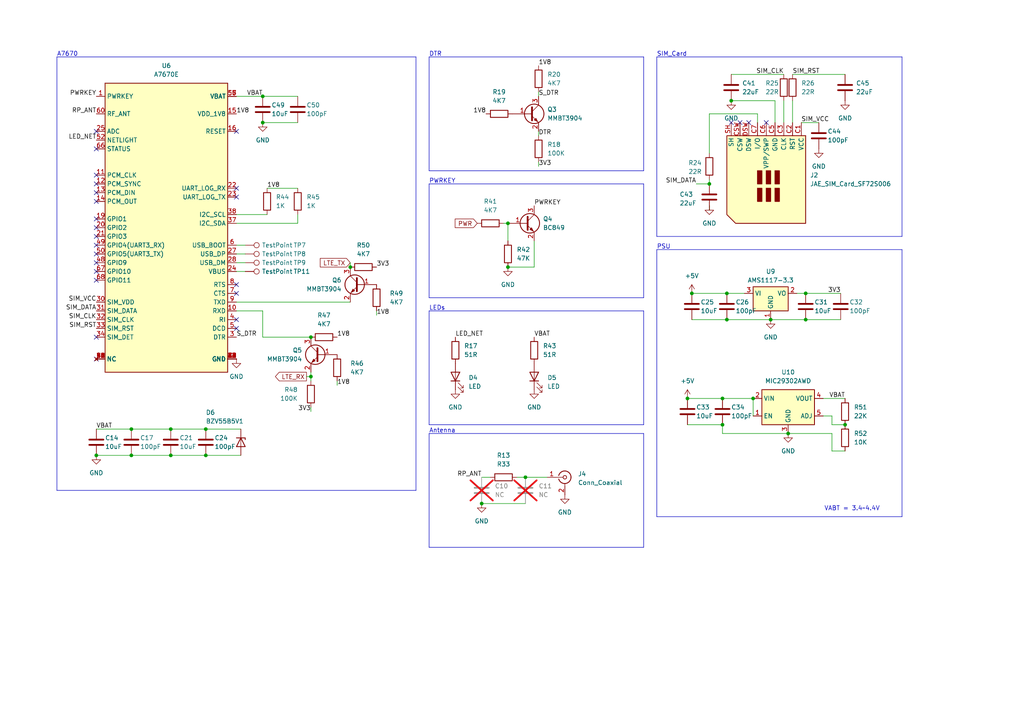
<source format=kicad_sch>
(kicad_sch (version 20231120) (generator "eeschema") (generator_version "8.0")
  (paper "A4")
  (lib_symbols
    (symbol "+5V_1" (power) (pin_numbers hide) (pin_names (offset 0) hide)
      (property "Value" "+5V" (at 0 3.556 0))
      (symbol "+5V_1_0_1"
        (polyline (pts (xy -0.762 1.27) (xy 0 2.54)))
        (polyline (pts (xy 0 0) (xy 0 2.54)))
        (polyline (pts (xy 0 2.54) (xy 0.762 1.27)))
      )
      (symbol "+5V_1_1_1"
        (pin power_in line (at 0 0 90) (length 0) (name "~") (number "1"))
      )
    )
    (symbol "Connector:Conn_Coaxial" (pin_names (offset 1.016) hide)
      (property "Reference" "J" (at 0.254 3.048 0))
      (property "Value" "Conn_Coaxial" (at 2.921 0 90))
      (symbol "Conn_Coaxial_0_1"
        (arc (start -1.778 -0.508) (mid 0.2311 -1.8066) (end 1.778 0) (stroke (width 0.254)))
        (polyline (pts (xy -2.54 0) (xy -0.508 0)))
        (polyline (pts (xy 0 -2.54) (xy 0 -1.778)))
        (circle (center 0 0) (radius 0.508) (stroke (width 0.2032)))
        (arc (start 1.778 0) (mid 0.2099 1.8101) (end -1.778 0.508) (stroke (width 0.254)))
      )
      (symbol "Conn_Coaxial_1_1"
        (pin passive line (at -5.08 0 0) (length 2.54) (name "In") (number "1"))
        (pin passive line (at 0 -5.08 90) (length 2.54) (name "Ext") (number "2"))
      )
    )
    (symbol "Connector:JAE_SIM_Card_SF72S006"
      (property "Reference" "J" (at 5.08 12.7 0))
      (property "Value" "JAE_SIM_Card_SF72S006" (at 30.48 12.7 0))
      (symbol "JAE_SIM_Card_SF72S006_0_1"
        (polyline (pts (xy 3.81 11.43) (xy 3.81 -11.43) (xy 26.67 -11.43) (xy 29.21 -8.89) (xy 29.21 11.43) (xy 3.81 11.43)) (stroke (width 0.254)) (fill (type background)))
        (rectangle (start 13.97 -2.54) (end 17.78 -1.27) (stroke (width 0.254)) (fill (type outline)))
        (rectangle (start 13.97 0) (end 17.78 1.27) (stroke (width 0.254)) (fill (type outline)))
        (rectangle (start 13.97 2.54) (end 17.78 3.81) (stroke (width 0.254)) (fill (type outline)))
        (rectangle (start 19.05 -1.27) (end 22.86 -2.54) (stroke (width 0.254)) (fill (type outline)))
        (rectangle (start 19.05 0) (end 22.86 1.27) (stroke (width 0.254)) (fill (type outline)))
        (rectangle (start 19.05 2.54) (end 22.86 3.81) (stroke (width 0.254)) (fill (type outline)))
      )
      (symbol "JAE_SIM_Card_SF72S006_1_1"
        (pin power_in line (at 0 10.16 0) (length 3.81) (name "VCC") (number "C1"))
        (pin input line (at 0 7.62 0) (length 3.81) (name "RST") (number "C2"))
        (pin input line (at 0 5.08 0) (length 3.81) (name "CLK") (number "C3"))
        (pin power_in line (at 0 2.54 0) (length 3.81) (name "GND") (number "C5"))
        (pin bidirectional line (at 0 0 0) (length 3.81) (name "VPP/SWP") (number "C6"))
        (pin bidirectional line (at 0 -2.54 0) (length 3.81) (name "I/O") (number "C7"))
        (pin passive line (at 0 -7.62 0) (length 3.81) (name "CSW") (number "CSW"))
        (pin passive line (at 0 -5.08 0) (length 3.81) (name "DSW") (number "DSW"))
        (pin passive line (at 0 -10.16 0) (length 3.81) (name "SH") (number "SH"))
      )
    )
    (symbol "Connector:TestPoint" (pin_numbers hide) (pin_names (offset 0.762) hide)
      (property "Reference" "TP" (at 0 6.858 0))
      (property "Value" "TestPoint" (at 0 5.08 0))
      (symbol "TestPoint_0_1"
        (circle (center 0 3.302) (radius 0.762))
      )
      (symbol "TestPoint_1_1"
        (pin passive line (at 0 0 90) (length 2.54) (name "1") (number "1"))
      )
    )
    (symbol "Device:C" (pin_numbers hide) (pin_names (offset 0.254))
      (property "Reference" "C" (at 0.635 2.54 0))
      (property "Value" "C" (at 0.635 -2.54 0))
      (symbol "C_0_1"
        (polyline (pts (xy -2.032 -0.762) (xy 2.032 -0.762)) (stroke (width 0.508)))
        (polyline (pts (xy -2.032 0.762) (xy 2.032 0.762)) (stroke (width 0.508)))
      )
      (symbol "C_1_1"
        (pin passive line (at 0 3.81 270) (length 2.794) (name "~") (number "1"))
        (pin passive line (at 0 -3.81 90) (length 2.794) (name "~") (number "2"))
      )
    )
    (symbol "Device:LED" (pin_numbers hide) (pin_names (offset 1.016) hide)
      (property "Reference" "D" (at 0 2.54 0))
      (property "Value" "LED" (at 0 -2.54 0))
      (symbol "LED_0_1"
        (polyline (pts (xy -1.27 -1.27) (xy -1.27 1.27)) (stroke (width 0.254)))
        (polyline (pts (xy -1.27 0) (xy 1.27 0)))
        (polyline (pts (xy 1.27 -1.27) (xy 1.27 1.27) (xy -1.27 0) (xy 1.27 -1.27)) (stroke (width 0.254)))
        (polyline (pts (xy -3.048 -0.762) (xy -4.572 -2.286) (xy -3.81 -2.286) (xy -4.572 -2.286) (xy -4.572 -1.524)))
        (polyline (pts (xy -1.778 -0.762) (xy -3.302 -2.286) (xy -2.54 -2.286) (xy -3.302 -2.286) (xy -3.302 -1.524)))
      )
      (symbol "LED_1_1"
        (pin passive line (at -3.81 0 0) (length 2.54) (name "K") (number "1"))
        (pin passive line (at 3.81 0 180) (length 2.54) (name "A") (number "2"))
      )
    )
    (symbol "Device:R" (pin_numbers hide) (pin_names (offset 0))
      (property "Reference" "R" (at 2.032 0 90))
      (property "Value" "R" (at 0 0 90))
      (symbol "R_0_1"
        (rectangle (start -1.016 -2.54) (end 1.016 2.54) (stroke (width 0.254)))
      )
      (symbol "R_1_1"
        (pin passive line (at 0 3.81 270) (length 1.27) (name "~") (number "1"))
        (pin passive line (at 0 -3.81 90) (length 1.27) (name "~") (number "2"))
      )
    )
    (symbol "Diode:BZV55B5V1" (pin_numbers hide) (pin_names hide)
      (property "Reference" "D" (at 0 2.54 0))
      (property "Value" "BZV55B5V1" (at 0 -2.54 0))
      (symbol "BZV55B5V1_0_1"
        (polyline (pts (xy 1.27 0) (xy -1.27 0)))
        (polyline (pts (xy -1.27 -1.27) (xy -1.27 1.27) (xy -0.762 1.27)) (stroke (width 0.254)))
        (polyline (pts (xy 1.27 -1.27) (xy 1.27 1.27) (xy -1.27 0) (xy 1.27 -1.27)) (stroke (width 0.254)))
      )
      (symbol "BZV55B5V1_1_1"
        (pin passive line (at -3.81 0 0) (length 2.54) (name "K") (number "1"))
        (pin passive line (at 3.81 0 180) (length 2.54) (name "A") (number "2"))
      )
    )
    (symbol "GND_2" (power) (pin_numbers hide) (pin_names (offset 0) hide)
      (property "Value" "GND" (at 0 -3.81 0))
      (symbol "GND_2_0_1"
        (polyline (pts (xy 0 0) (xy 0 -1.27) (xy 1.27 -1.27) (xy 0 -2.54) (xy -1.27 -1.27) (xy 0 -1.27)))
      )
      (symbol "GND_2_1_1"
        (pin power_in line (at 0 0 270) (length 0) (name "~") (number "1"))
      )
    )
    (symbol "Regulator_Linear:AMS1117-3.3"
      (property "Reference" "U" (at -3.81 3.175 0))
      (property "Value" "AMS1117-3.3" (at 0 3.175 0))
      (symbol "AMS1117-3.3_0_1"
        (rectangle (start -5.08 -5.08) (end 5.08 1.905) (stroke (width 0.254)) (fill (type background)))
      )
      (symbol "AMS1117-3.3_1_1"
        (pin power_in line (at 0 -7.62 90) (length 2.54) (name "GND") (number "1"))
        (pin power_out line (at 7.62 0 180) (length 2.54) (name "VO") (number "2"))
        (pin power_in line (at -7.62 0 0) (length 2.54) (name "VI") (number "3"))
      )
    )
    (symbol "Regulator_Linear:MIC29302AWD"
      (property "Reference" "U" (at -6.35 6.35 0))
      (property "Value" "MIC29302AWD" (at 2.54 6.35 0))
      (symbol "MIC29302AWD_1_1"
        (rectangle (start -7.62 5.08) (end 7.62 -5.08) (stroke (width 0.254)) (fill (type background)))
        (pin input line (at -10.16 -2.54 0) (length 2.54) (name "EN") (number "1"))
        (pin power_in line (at -10.16 2.54 0) (length 2.54) (name "VIN") (number "2"))
        (pin power_in line (at 0 -7.62 90) (length 2.54) (name "GND") (number "3"))
        (pin power_out line (at 10.16 2.54 180) (length 2.54) (name "VOUT") (number "4"))
        (pin input line (at 10.16 -2.54 180) (length 2.54) (name "ADJ") (number "5"))
      )
    )
    (symbol "Transistor_BJT:BC849" (pin_names (offset 0) hide)
      (property "Reference" "Q" (at 5.08 1.905 0))
      (property "Value" "BC849" (at 5.08 0 0))
      (symbol "BC849_0_1"
        (polyline (pts (xy 0.635 0.635) (xy 2.54 2.54)))
        (polyline (pts (xy 0.635 -0.635) (xy 2.54 -2.54) (xy 2.54 -2.54)))
        (polyline (pts (xy 0.635 1.905) (xy 0.635 -1.905) (xy 0.635 -1.905)) (stroke (width 0.508)))
        (polyline (pts (xy 1.27 -1.778) (xy 1.778 -1.27) (xy 2.286 -2.286) (xy 1.27 -1.778) (xy 1.27 -1.778)) (fill (type outline)))
        (circle (center 1.27 0) (radius 2.8194) (stroke (width 0.254)))
      )
      (symbol "BC849_1_1"
        (pin input line (at -5.08 0 0) (length 5.715) (name "B") (number "1"))
        (pin passive line (at 2.54 -5.08 90) (length 2.54) (name "E") (number "2"))
        (pin passive line (at 2.54 5.08 270) (length 2.54) (name "C") (number "3"))
      )
    )
    (symbol "Transistor_BJT:MMBT3904" (pin_names (offset 0) hide)
      (property "Reference" "Q" (at 5.08 1.905 0))
      (property "Value" "MMBT3904" (at 5.08 0 0))
      (symbol "MMBT3904_0_1"
        (polyline (pts (xy 0.635 0.635) (xy 2.54 2.54)))
        (polyline (pts (xy 0.635 -0.635) (xy 2.54 -2.54) (xy 2.54 -2.54)))
        (polyline (pts (xy 0.635 1.905) (xy 0.635 -1.905) (xy 0.635 -1.905)) (stroke (width 0.508)))
        (polyline (pts (xy 1.27 -1.778) (xy 1.778 -1.27) (xy 2.286 -2.286) (xy 1.27 -1.778) (xy 1.27 -1.778)) (fill (type outline)))
        (circle (center 1.27 0) (radius 2.8194) (stroke (width 0.254)))
      )
      (symbol "MMBT3904_1_1"
        (pin input line (at -5.08 0 0) (length 5.715) (name "B") (number "1"))
        (pin passive line (at 2.54 -5.08 90) (length 2.54) (name "E") (number "2"))
        (pin passive line (at 2.54 5.08 270) (length 2.54) (name "C") (number "3"))
      )
    )
    (symbol "a7670e:A7670E"
      (property "Reference" "U" (at -2.286 42.672 0))
      (property "Value" "A7670E" (at 20.32 -29.21 0))
      (symbol "A7670E_0_0"
        (rectangle (start -17.78 39.37) (end 17.78 -44.45) (stroke (width 0.254)) (fill (type background)))
        (pin input line (at -20.32 35.56 0) (length 2.54) (name "PWRKEY") (number "1"))
        (pin input line (at 20.32 -26.67 180) (length 2.54) (name "RXD") (number "10"))
        (pin input line (at -20.32 12.7 0) (length 2.54) (name "PCM_CLK") (number "11"))
        (pin input line (at -20.32 10.16 0) (length 2.54) (name "PCM_SYNC") (number "12"))
        (pin input line (at -20.32 7.62 0) (length 2.54) (name "PCM_DIN") (number "13"))
        (pin input line (at -20.32 5.08 0) (length 2.54) (name "PCM_OUT") (number "14"))
        (pin input line (at 20.32 30.48 180) (length 2.54) (name "VDD_1V8") (number "15"))
        (pin input line (at 20.32 25.4 180) (length 2.54) (name "RESET") (number "16"))
        (pin power_in line (at 20.32 -40.64 180) (length 2.54) (name "GND") (number "17"))
        (pin power_in line (at 20.32 -40.64 180) (length 2.54) (name "GND") (number "18"))
        (pin bidirectional line (at -20.32 0 0) (length 2.54) (name "GPIO1") (number "19"))
        (pin power_in line (at 20.32 -40.64 180) (length 2.54) (name "GND") (number "2"))
        (pin bidirectional line (at -20.32 -2.54 0) (length 2.54) (name "GPIO2") (number "20"))
        (pin bidirectional line (at -20.32 -5.08 0) (length 2.54) (name "GPIO3") (number "21"))
        (pin input line (at 20.32 8.89 180) (length 2.54) (name "UART_LOG_RX") (number "22"))
        (pin input line (at 20.32 6.35 180) (length 2.54) (name "UART_LOG_TX") (number "23"))
        (pin power_in line (at 20.32 -15.24 180) (length 2.54) (name "VBUS") (number "24"))
        (pin input line (at -20.32 25.4 0) (length 2.54) (name "ADC") (number "25"))
        (pin no_connect line (at -20.32 -40.64 0) (length 2.54) (name "NC") (number "26"))
        (pin bidirectional line (at 20.32 -10.16 180) (length 2.54) (name "USB_DP") (number "27"))
        (pin bidirectional line (at 20.32 -12.7 180) (length 2.54) (name "USB_DM") (number "28"))
        (pin power_in line (at 20.32 -40.64 180) (length 2.54) (name "GND") (number "29"))
        (pin input line (at 20.32 -34.29 180) (length 2.54) (name "DTR") (number "3"))
        (pin power_out line (at -20.32 -24.13 0) (length 2.54) (name "SIM_VDD") (number "30"))
        (pin bidirectional line (at -20.32 -26.67 0) (length 2.54) (name "SIM_DATA") (number "31"))
        (pin bidirectional line (at -20.32 -29.21 0) (length 2.54) (name "SIM_CLK") (number "32"))
        (pin bidirectional line (at -20.32 -31.75 0) (length 2.54) (name "SIM_RST") (number "33"))
        (pin bidirectional line (at -20.32 -34.29 0) (length 2.54) (name "SIM_DET") (number "34"))
        (pin no_connect line (at -20.32 -40.64 0) (length 2.54) (name "NC") (number "35"))
        (pin no_connect line (at -20.32 -40.64 0) (length 2.54) (name "NC") (number "36"))
        (pin bidirectional line (at 20.32 -1.27 180) (length 2.54) (name "I2C_SDA") (number "37"))
        (pin bidirectional line (at 20.32 1.27 180) (length 2.54) (name "I2C_SCL") (number "38"))
        (pin power_in line (at 20.32 -40.64 180) (length 2.54) (name "GND") (number "39"))
        (pin input line (at 20.32 -29.21 180) (length 2.54) (name "RI") (number "4"))
        (pin no_connect line (at -20.32 -40.64 0) (length 2.54) (name "NC") (number "40"))
        (pin no_connect line (at -20.32 -40.64 0) (length 2.54) (name "NC") (number "41"))
        (pin no_connect line (at -20.32 -40.64 0) (length 2.54) (name "NC") (number "42"))
        (pin no_connect line (at -20.32 -40.64 0) (length 2.54) (name "NC") (number "43"))
        (pin no_connect line (at -20.32 -40.64 0) (length 2.54) (name "NC") (number "44"))
        (pin power_in line (at 20.32 -40.64 180) (length 2.54) (name "GND") (number "45"))
        (pin power_in line (at 20.32 -40.64 180) (length 2.54) (name "GND") (number "46"))
        (pin no_connect line (at -20.32 -40.64 0) (length 2.54) (name "NC") (number "47"))
        (pin bidirectional line (at -20.32 -12.7 0) (length 2.54) (name "GPIO9") (number "48"))
        (pin bidirectional line (at -20.32 -7.62 0) (length 2.54) (name "GPIO4(UART3_RX)") (number "49"))
        (pin input line (at 20.32 -31.75 180) (length 2.54) (name "DCD") (number "5"))
        (pin bidirectional line (at -20.32 -10.16 0) (length 2.54) (name "GPIO5(UART3_TX)") (number "50"))
        (pin no_connect line (at -20.32 -40.64 0) (length 2.54) (name "NC") (number "51"))
        (pin output line (at -20.32 22.86 0) (length 2.54) (name "NETLIGHT") (number "52"))
        (pin no_connect line (at -20.32 -40.64 0) (length 2.54) (name "NC") (number "53"))
        (pin power_in line (at 20.32 -40.64 180) (length 2.54) (name "GND") (number "54"))
        (pin power_in line (at 20.32 35.56 180) (length 2.54) (name "VBAT") (number "55"))
        (pin power_in line (at 20.32 35.56 180) (length 2.54) (name "VBAT") (number "56"))
        (pin power_in line (at 20.32 35.56 180) (length 2.54) (name "VBAT") (number "57"))
        (pin power_in line (at 20.32 -40.64 180) (length 2.54) (name "GND") (number "58"))
        (pin power_in line (at 20.32 -40.64 180) (length 2.54) (name "GND") (number "59"))
        (pin input line (at 20.32 -7.62 180) (length 2.54) (name "USB_BOOT") (number "6"))
        (pin bidirectional line (at -20.32 30.48 0) (length 2.54) (name "RF_ANT") (number "60"))
        (pin power_in line (at 20.32 -40.64 180) (length 2.54) (name "GND") (number "61"))
        (pin power_in line (at 20.32 -40.64 180) (length 2.54) (name "GND") (number "62"))
        (pin power_in line (at 20.32 -40.64 180) (length 2.54) (name "GND") (number "63"))
        (pin power_in line (at 20.32 -40.64 180) (length 2.54) (name "GND") (number "64"))
        (pin power_in line (at 20.32 -40.64 180) (length 2.54) (name "GND") (number "65"))
        (pin output line (at -20.32 20.32 0) (length 2.54) (name "STATUS") (number "66"))
        (pin input line (at -20.32 -15.24 0) (length 2.54) (name "GPIO10") (number "67"))
        (pin input line (at -20.32 -17.78 0) (length 2.54) (name "GPIO11") (number "68"))
        (pin power_in line (at 20.32 -40.64 180) (length 2.54) (name "GND") (number "69"))
        (pin input line (at 20.32 -21.59 180) (length 2.54) (name "CTS") (number "7"))
        (pin power_in line (at 20.32 -40.64 180) (length 2.54) (name "GND") (number "70"))
        (pin power_in line (at 20.32 -40.64 180) (length 2.54) (name "GND") (number "71"))
        (pin power_in line (at 20.32 -40.64 180) (length 2.54) (name "GND") (number "72"))
        (pin power_in line (at 20.32 -40.64 180) (length 2.54) (name "GND") (number "73"))
        (pin power_in line (at 20.32 -40.64 180) (length 2.54) (name "GND") (number "74"))
        (pin power_in line (at 20.32 -40.64 180) (length 2.54) (name "GND") (number "75"))
        (pin power_in line (at 20.32 -40.64 180) (length 2.54) (name "GND") (number "76"))
        (pin power_in line (at 20.32 -40.64 180) (length 2.54) (name "GND") (number "77"))
        (pin power_in line (at 20.32 -40.64 180) (length 2.54) (name "GND") (number "78"))
        (pin power_in line (at 20.32 -40.64 180) (length 2.54) (name "GND") (number "79"))
        (pin input line (at 20.32 -19.05 180) (length 2.54) (name "RTS") (number "8"))
        (pin power_in line (at 20.32 -40.64 180) (length 2.54) (name "GND") (number "80"))
        (pin power_in line (at 20.32 -40.64 180) (length 2.54) (name "GND") (number "81"))
        (pin power_in line (at 20.32 -40.64 180) (length 2.54) (name "GND") (number "82"))
        (pin power_in line (at 20.32 -40.64 180) (length 2.54) (name "GND") (number "83"))
        (pin power_in line (at 20.32 -40.64 180) (length 2.54) (name "GND") (number "84"))
        (pin power_in line (at 20.32 -40.64 180) (length 2.54) (name "GND") (number "85"))
        (pin power_in line (at 20.32 -40.64 180) (length 2.54) (name "GND") (number "86"))
        (pin power_in line (at 20.32 -40.64 180) (length 2.54) (name "GND") (number "87"))
        (pin power_in line (at 20.32 -40.64 180) (length 2.54) (name "GND") (number "88"))
        (pin input line (at 20.32 -24.13 180) (length 2.54) (name "TXD") (number "9"))
      )
    )
    (symbol "power:GND" (power) (pin_numbers hide) (pin_names (offset 0) hide)
      (property "Value" "GND" (at 0 -3.81 0))
      (symbol "GND_0_1"
        (polyline (pts (xy 0 0) (xy 0 -1.27) (xy 1.27 -1.27) (xy 0 -2.54) (xy -1.27 -1.27) (xy 0 -1.27)))
      )
      (symbol "GND_1_1"
        (pin power_in line (at 0 0 270) (length 0) (name "~") (number "1"))
      )
    )
  )
  (junction (at 38.1 124.46))
  (junction (at 218.44 115.57))
  (junction (at 49.53 132.08))
  (junction (at 205.74 53.34))
  (junction (at 101.6 77.47))
  (junction (at 76.2 35.56))
  (junction (at 212.09 29.21))
  (junction (at 233.68 92.71))
  (junction (at 27.94 132.08))
  (junction (at 49.53 124.46))
  (junction (at 209.55 123.19))
  (junction (at 59.69 132.08))
  (junction (at 200.66 85.09))
  (junction (at 209.55 115.57))
  (junction (at 210.82 92.71))
  (junction (at 245.11 123.19))
  (junction (at 199.39 115.57))
  (junction (at 139.7 146.05))
  (junction (at 223.52 92.71))
  (junction (at 152.4 138.43))
  (junction (at 59.69 124.46))
  (junction (at 210.82 85.09))
  (junction (at 147.32 77.47))
  (junction (at 233.68 85.09))
  (junction (at 147.32 64.77))
  (junction (at 38.1 132.08))
  (junction (at 76.2 27.94))
  (junction (at 90.17 109.22))
  (junction (at 228.6 125.73))
  (junction (at 90.17 97.79))
  (no_connect (at 27.94 76.2))
  (no_connect (at 217.17 35.56))
  (no_connect (at 27.94 50.8))
  (no_connect (at 27.94 78.74))
  (no_connect (at 27.94 58.42))
  (no_connect (at 222.25 35.56))
  (no_connect (at 27.94 55.88))
  (no_connect (at 68.58 38.1))
  (no_connect (at 27.94 97.79))
  (no_connect (at 27.94 68.58))
  (no_connect (at 68.58 57.15))
  (no_connect (at 212.09 35.56))
  (no_connect (at 27.94 63.5))
  (no_connect (at 68.58 85.09))
  (no_connect (at 27.94 73.66))
  (no_connect (at 27.94 53.34))
  (no_connect (at 68.58 92.71))
  (no_connect (at 27.94 38.1))
  (no_connect (at 27.94 66.04))
  (no_connect (at 27.94 81.28))
  (no_connect (at 27.94 43.18))
  (no_connect (at 68.58 82.55))
  (no_connect (at 68.58 54.61))
  (no_connect (at 27.94 104.14))
  (no_connect (at 214.63 35.56))
  (no_connect (at 27.94 71.12))
  (no_connect (at 68.58 95.25))
  (wire (pts (xy 233.68 92.71) (xy 243.84 92.71)))
  (wire (pts (xy 199.39 123.19) (xy 209.55 123.19)))
  (wire (pts (xy 241.3 125.73) (xy 228.6 125.73)))
  (wire (pts (xy 201.93 53.34) (xy 205.74 53.34)))
  (wire (pts (xy 76.2 90.17) (xy 76.2 97.79)))
  (wire (pts (xy 149.86 138.43) (xy 152.4 138.43)))
  (polyline (pts (xy 124.46 90.17) (xy 124.46 123.19)) (stroke (width 0) (type solid)))
  (wire (pts (xy 38.1 132.08) (xy 49.53 132.08)))
  (polyline (pts (xy 186.69 123.19) (xy 186.69 90.17)) (stroke (width 0) (type solid)))
  (wire (pts (xy 241.3 130.81) (xy 245.11 130.81)))
  (wire (pts (xy 27.94 132.08) (xy 38.1 132.08)))
  (wire (pts (xy 139.7 138.43) (xy 142.24 138.43)))
  (wire (pts (xy 210.82 85.09) (xy 215.9 85.09)))
  (polyline (pts (xy 261.62 68.58) (xy 261.62 16.51)) (stroke (width 0) (type solid)))
  (wire (pts (xy 229.87 21.59) (xy 245.11 21.59)))
  (wire (pts (xy 77.47 54.61) (xy 86.36 54.61)))
  (wire (pts (xy 231.14 85.09) (xy 233.68 85.09)))
  (wire (pts (xy 154.94 77.47) (xy 147.32 77.47)))
  (polyline (pts (xy 190.5 149.86) (xy 261.62 149.86)) (stroke (width 0) (type solid)))
  (wire (pts (xy 224.79 35.56) (xy 224.79 29.21)))
  (wire (pts (xy 152.4 138.43) (xy 158.75 138.43)))
  (wire (pts (xy 241.3 120.65) (xy 241.3 123.19)))
  (wire (pts (xy 156.21 39.37) (xy 156.21 38.1)))
  (polyline (pts (xy 16.51 16.51) (xy 120.65 16.51)) (stroke (width 0) (type solid)))
  (wire (pts (xy 38.1 124.46) (xy 27.94 124.46)))
  (wire (pts (xy 241.3 125.73) (xy 241.3 130.81)))
  (wire (pts (xy 154.94 69.85) (xy 154.94 77.47)))
  (wire (pts (xy 147.32 64.77) (xy 147.32 69.85)))
  (polyline (pts (xy 124.46 53.34) (xy 186.69 53.34)) (stroke (width 0) (type solid)))
  (wire (pts (xy 139.7 146.05) (xy 152.4 146.05)))
  (polyline (pts (xy 16.51 16.51) (xy 16.51 142.24)) (stroke (width 0) (type solid)))
  (polyline (pts (xy 124.46 125.73) (xy 124.46 158.75)) (stroke (width 0) (type solid)))
  (polyline (pts (xy 190.5 16.51) (xy 261.62 16.51)) (stroke (width 0) (type solid)))
  (wire (pts (xy 205.74 33.02) (xy 205.74 44.45)))
  (polyline (pts (xy 186.69 49.53) (xy 186.69 16.51)) (stroke (width 0) (type solid)))
  (wire (pts (xy 218.44 115.57) (xy 218.44 120.65)))
  (wire (pts (xy 49.53 132.08) (xy 59.69 132.08)))
  (polyline (pts (xy 120.65 142.24) (xy 120.65 16.51)) (stroke (width 0) (type solid)))
  (wire (pts (xy 90.17 109.22) (xy 90.17 107.95)))
  (wire (pts (xy 86.36 64.77) (xy 86.36 62.23)))
  (polyline (pts (xy 186.69 158.75) (xy 186.69 125.73)) (stroke (width 0) (type solid)))
  (wire (pts (xy 224.79 29.21) (xy 212.09 29.21)))
  (wire (pts (xy 146.05 64.77) (xy 147.32 64.77)))
  (wire (pts (xy 210.82 92.71) (xy 223.52 92.71)))
  (wire (pts (xy 219.71 33.02) (xy 205.74 33.02)))
  (wire (pts (xy 68.58 27.94) (xy 76.2 27.94)))
  (wire (pts (xy 59.69 132.08) (xy 69.85 132.08)))
  (wire (pts (xy 76.2 35.56) (xy 86.36 35.56)))
  (wire (pts (xy 156.21 26.67) (xy 156.21 27.94)))
  (wire (pts (xy 238.76 115.57) (xy 245.11 115.57)))
  (wire (pts (xy 76.2 97.79) (xy 90.17 97.79)))
  (wire (pts (xy 199.39 115.57) (xy 209.55 115.57)))
  (polyline (pts (xy 124.46 53.34) (xy 124.46 86.36)) (stroke (width 0) (type solid)))
  (wire (pts (xy 68.58 64.77) (xy 86.36 64.77)))
  (wire (pts (xy 227.33 29.21) (xy 227.33 35.56)))
  (wire (pts (xy 68.58 73.66) (xy 71.12 73.66)))
  (wire (pts (xy 205.74 60.96) (xy 205.74 59.69)))
  (wire (pts (xy 90.17 110.49) (xy 90.17 109.22)))
  (polyline (pts (xy 124.46 125.73) (xy 186.69 125.73)) (stroke (width 0) (type solid)))
  (wire (pts (xy 59.69 124.46) (xy 69.85 124.46)))
  (polyline (pts (xy 124.46 123.19) (xy 186.69 123.19)) (stroke (width 0) (type solid)))
  (wire (pts (xy 97.79 111.76) (xy 97.79 110.49)))
  (polyline (pts (xy 124.46 16.51) (xy 124.46 49.53)) (stroke (width 0) (type solid)))
  (wire (pts (xy 76.2 27.94) (xy 86.36 27.94)))
  (wire (pts (xy 101.6 76.2) (xy 101.6 77.47)))
  (polyline (pts (xy 190.5 72.39) (xy 261.62 72.39)) (stroke (width 0) (type solid)))
  (wire (pts (xy 200.66 92.71) (xy 210.82 92.71)))
  (wire (pts (xy 68.58 62.23) (xy 77.47 62.23)))
  (wire (pts (xy 200.66 85.09) (xy 210.82 85.09)))
  (wire (pts (xy 229.87 29.21) (xy 229.87 35.56)))
  (wire (pts (xy 228.6 125.73) (xy 209.55 125.73)))
  (wire (pts (xy 241.3 120.65) (xy 238.76 120.65)))
  (polyline (pts (xy 190.5 16.51) (xy 190.5 68.58)) (stroke (width 0) (type solid)))
  (polyline (pts (xy 124.46 86.36) (xy 186.69 86.36)) (stroke (width 0) (type solid)))
  (wire (pts (xy 209.55 115.57) (xy 218.44 115.57)))
  (polyline (pts (xy 190.5 68.58) (xy 261.62 68.58)) (stroke (width 0) (type solid)))
  (wire (pts (xy 232.41 35.56) (xy 237.49 35.56)))
  (polyline (pts (xy 124.46 16.51) (xy 186.69 16.51)) (stroke (width 0) (type solid)))
  (wire (pts (xy 233.68 85.09) (xy 243.84 85.09)))
  (wire (pts (xy 209.55 125.73) (xy 209.55 123.19)))
  (polyline (pts (xy 16.51 142.24) (xy 120.65 142.24)) (stroke (width 0) (type solid)))
  (wire (pts (xy 90.17 119.38) (xy 90.17 118.11)))
  (wire (pts (xy 223.52 92.71) (xy 233.68 92.71)))
  (polyline (pts (xy 190.5 72.39) (xy 190.5 149.86)) (stroke (width 0) (type solid)))
  (wire (pts (xy 49.53 124.46) (xy 59.69 124.46)))
  (wire (pts (xy 205.74 53.34) (xy 205.74 52.07)))
  (polyline (pts (xy 124.46 158.75) (xy 186.69 158.75)) (stroke (width 0) (type solid)))
  (wire (pts (xy 90.17 109.22) (xy 88.9 109.22)))
  (wire (pts (xy 109.22 91.44) (xy 109.22 90.17)))
  (wire (pts (xy 212.09 21.59) (xy 227.33 21.59)))
  (wire (pts (xy 68.58 71.12) (xy 71.12 71.12)))
  (wire (pts (xy 219.71 33.02) (xy 219.71 35.56)))
  (polyline (pts (xy 124.46 90.17) (xy 186.69 90.17)) (stroke (width 0) (type solid)))
  (polyline (pts (xy 186.69 86.36) (xy 186.69 53.34)) (stroke (width 0) (type solid)))
  (polyline (pts (xy 261.62 149.86) (xy 261.62 72.39)) (stroke (width 0) (type solid)))
  (wire (pts (xy 68.58 76.2) (xy 71.12 76.2)))
  (wire (pts (xy 68.58 78.74) (xy 71.12 78.74)))
  (wire (pts (xy 241.3 123.19) (xy 245.11 123.19)))
  (polyline (pts (xy 124.46 49.53) (xy 186.69 49.53)) (stroke (width 0) (type solid)))
  (wire (pts (xy 156.21 46.99) (xy 156.21 48.26)))
  (wire (pts (xy 38.1 124.46) (xy 49.53 124.46)))
  (wire (pts (xy 68.58 90.17) (xy 76.2 90.17)))
  (wire (pts (xy 68.58 87.63) (xy 101.6 87.63)))
  (text "PWRKEY" (at 124.46 53.34 0) (effects (font (size 1.27 1.27)) (justify left bottom)))
  (text "A7670" (at 16.51 16.51 0) (effects (font (size 1.27 1.27)) (justify left bottom)))
  (text "DTR" (at 124.46 16.51 0) (effects (font (size 1.27 1.27)) (justify left bottom)))
  (text "PSU" (at 190.5 72.39 0) (effects (font (size 1.27 1.27)) (justify left bottom)))
  (text "LEDs" (at 124.46 90.17 0) (effects (font (size 1.27 1.27)) (justify left bottom)))
  (text "SIM_Card" (at 190.5 16.51 0) (effects (font (size 1.27 1.27)) (justify left bottom)))
  (text "Antenna" (at 124.46 125.73 0) (effects (font (size 1.27 1.27)) (justify left bottom)))
  (text "VABT = 3.4~4.4V" (at 247.142 147.574 0) (effects (font (size 1.27 1.27))))
  (label "SIM_DATA" (at 201.93 53.34 180))
  (label "S_DTR" (at 156.21 27.94 0))
  (label "SIM_RST" (at 229.87 21.59 0))
  (label "RP_ANT" (at 139.7 138.43 180))
  (label "1V8" (at 156.21 19.05 0))
  (label "SIM_CLK" (at 27.94 92.71 180))
  (label "VBAT" (at 154.94 97.79 0))
  (label "SIM_DATA" (at 27.94 90.17 180))
  (label "1V8" (at 77.47 54.61 0))
  (label "VBAT" (at 245.11 115.57 180))
  (label "1V8" (at 68.58 33.02 0))
  (label "3V3" (at 243.84 85.09 180))
  (label "PWRKEY" (at 27.94 27.94 180))
  (label "1V8" (at 109.22 91.44 0))
  (label "SIM_RST" (at 27.94 95.25 180))
  (label "1V8" (at 97.79 97.79 0))
  (label "LED_NET" (at 27.94 40.64 180))
  (label "3V3" (at 109.22 77.47 0))
  (label "SIM_CLK" (at 227.33 21.59 180))
  (label "SIM_VCC" (at 27.94 87.63 180))
  (label "VBAT" (at 76.2 27.94 180))
  (label "PWRKEY" (at 154.94 59.69 0))
  (label "3V3" (at 156.21 48.26 0))
  (label "1V8" (at 140.97 33.02 180))
  (label "3V3" (at 90.17 119.38 180))
  (label "VBAT" (at 27.94 124.46 0))
  (label "SIM_VCC" (at 232.41 35.56 0))
  (label "DTR" (at 156.21 39.37 0))
  (label "S_DTR" (at 68.58 97.79 0))
  (label "RP_ANT" (at 27.94 33.02 180))
  (label "1V8" (at 97.79 111.76 0))
  (label "LED_NET" (at 132.08 97.79 0))
  (global_label "LTE_RX" (shape output) (at 88.9 109.22 180) (property "Intersheetrefs" "${INTERSHEET_REFS}" (effects (hide yes))))
  (global_label "LTE_TX" (shape input) (at 101.6 76.2 180) (property "Intersheetrefs" "${INTERSHEET_REFS}" (effects (hide yes))))
  (global_label "PWR" (shape input) (at 138.43 64.77 180) (property "Intersheetrefs" "${INTERSHEET_REFS}" (effects (hide yes))))
  (symbol (lib_id "power:GND") (at 228.6 125.73 0) (unit 1)
    (property "Reference" "#PWR058" (effects (hide yes)))
    (property "Value" "GND" (at 228.6 130.81 0))
    (property "Description" "Power symbol creates a global label with name \"GND\" , ground" (effects (hide yes)))
  )
  (symbol (lib_id "Device:C") (at 76.2 31.75 0) (unit 1)
    (property "Reference" "C49" (at 78.74 30.48 0) (effects (justify left)))
    (property "Value" "10uF" (at 78.74 33.02 0) (effects (justify left)))
    (property "Footprint" "Capacitor_SMD:C_1206_3216Metric" (effects (hide yes)))
    (property "Description" "Unpolarized capacitor" (effects (hide yes)))
  )
  (symbol (lib_id "Device:R") (at 245.11 119.38 0) (unit 1)
    (property "Reference" "R51" (at 247.65 118.1099 0) (effects (justify left)))
    (property "Value" "22K" (at 247.65 120.6499 0) (effects (justify left)))
    (property "Footprint" "Resistor_SMD:R_0603_1608Metric" (effects (hide yes)))
    (property "Description" "Resistor" (effects (hide yes)))
  )
  (symbol (lib_id "Device:C") (at 237.49 39.37 0) (unit 1)
    (property "Reference" "C44" (at 240.03 38.1 0) (effects (justify left)))
    (property "Value" "100pF" (at 240.03 40.64 0) (effects (justify left)))
    (property "Footprint" "Capacitor_SMD:C_0805_2012Metric" (effects (hide yes)))
    (property "Description" "Unpolarized capacitor" (effects (hide yes)))
  )
  (symbol (lib_name "+5V_1") (lib_id "power:+5V") (at 199.39 115.57 0) (unit 1)
    (property "Reference" "#PWR057" (effects (hide yes)))
    (property "Value" "+5V" (at 199.39 110.49 0))
    (property "Description" "Power symbol creates a global label with name \"+5V\"" (effects (hide yes)))
  )
  (symbol (lib_id "power:GND") (at 237.49 43.18 0) (unit 1)
    (property "Reference" "#PWR062" (effects (hide yes)))
    (property "Value" "GND" (at 237.49 48.26 0))
    (property "Description" "Power symbol creates a global label with name \"GND\" , ground" (effects (hide yes)))
  )
  (symbol (lib_id "Device:R") (at 142.24 64.77 90) (unit 1)
    (property "Reference" "R41" (at 142.24 58.42 90))
    (property "Value" "4K7" (at 142.24 60.96 90))
    (property "Footprint" "Resistor_SMD:R_0603_1608Metric" (effects (hide yes)))
    (property "Description" "Resistor" (effects (hide yes)))
  )
  (symbol (lib_id "Device:C") (at 139.7 142.24 0) (unit 1) (dnp yes)
    (property "Reference" "C10" (at 143.51 140.9699 0) (effects (justify left)))
    (property "Value" "NC" (at 143.51 143.5099 0) (effects (justify left)))
    (property "Footprint" "Capacitor_SMD:C_0805_2012Metric" (effects (hide yes)))
    (property "Description" "Unpolarized capacitor" (effects (hide yes)))
  )
  (symbol (lib_id "Connector:TestPoint") (at 71.12 76.2 270) (unit 1)
    (property "Reference" "TP9" (at 85.09 76.2001 90) (effects (justify left)))
    (property "Value" "TestPoint" (at 75.946 76.2 90) (effects (justify left)))
    (property "Footprint" "TestPoint:TestPoint_Pad_D1.5mm" (effects (hide yes)))
    (property "Description" "test point" (effects (hide yes)))
  )
  (symbol (lib_id "Connector:TestPoint") (at 71.12 78.74 270) (unit 1)
    (property "Reference" "TP11" (at 85.09 78.74 90) (effects (justify left)))
    (property "Value" "TestPoint" (at 75.946 78.7399 90) (effects (justify left)))
    (property "Footprint" "TestPoint:TestPoint_Pad_D1.5mm" (effects (hide yes)))
    (property "Description" "test point" (effects (hide yes)))
  )
  (symbol (lib_id "Device:C") (at 205.74 57.15 0) (unit 1)
    (property "Reference" "C43" (at 197.104 56.388 0) (effects (justify left)))
    (property "Value" "22uF" (at 197.104 58.928 0) (effects (justify left)))
    (property "Footprint" "Capacitor_SMD:C_0603_1608Metric" (effects (hide yes)))
  )
  (symbol (lib_id "power:GND") (at 163.83 143.51 0) (unit 1)
    (property "Reference" "#PWR034" (effects (hide yes)))
    (property "Value" "GND" (at 163.83 148.59 0))
    (property "Description" "Power symbol creates a global label with name \"GND\" , ground" (effects (hide yes)))
  )
  (symbol (lib_id "Device:R") (at 97.79 106.68 0) (mirror y) (unit 1)
    (property "Reference" "R46" (at 101.6 105.4099 0) (effects (justify right)))
    (property "Value" "4K7" (at 101.6 107.9499 0) (effects (justify right)))
    (property "Footprint" "Resistor_SMD:R_0603_1608Metric" (effects (hide yes)))
    (property "Description" "Resistor" (effects (hide yes)))
  )
  (symbol (lib_id "Device:C") (at 210.82 88.9 0) (unit 1)
    (property "Reference" "C26" (at 213.36 87.63 0) (effects (justify left)))
    (property "Value" "100pF" (at 213.36 90.17 0) (effects (justify left)))
    (property "Footprint" "Capacitor_SMD:C_0805_2012Metric" (effects (hide yes)))
    (property "Description" "Unpolarized capacitor" (effects (hide yes)))
  )
  (symbol (lib_id "Device:C") (at 199.39 119.38 0) (unit 1)
    (property "Reference" "C33" (at 201.93 118.11 0) (effects (justify left)))
    (property "Value" "10uF" (at 201.93 120.65 0) (effects (justify left)))
    (property "Footprint" "Capacitor_SMD:C_1206_3216Metric" (effects (hide yes)))
    (property "Description" "Unpolarized capacitor" (effects (hide yes)))
  )
  (symbol (lib_id "Transistor_BJT:MMBT3904") (at 153.67 33.02 0) (unit 1)
    (property "Reference" "Q3" (at 158.75 31.7499 0) (effects (justify left)))
    (property "Value" "MMBT3904" (at 158.75 34.2899 0) (effects (justify left)))
    (property "Footprint" "Package_TO_SOT_SMD:SOT-23" (effects (hide yes)))
    (property "Datasheet" "https://www.onsemi.com/pdf/datasheet/pzt3904-d.pdf" (effects (hide yes)))
    (property "Description" "0.2A Ic, 40V Vce, Small Signal NPN Transistor, SOT-23" (effects (hide yes)))
  )
  (symbol (lib_id "Device:R") (at 245.11 127 0) (unit 1)
    (property "Reference" "R52" (at 247.65 125.7299 0) (effects (justify left)))
    (property "Value" "10K" (at 247.65 128.2699 0) (effects (justify left)))
    (property "Footprint" "Resistor_SMD:R_0603_1608Metric" (effects (hide yes)))
    (property "Description" "Resistor" (effects (hide yes)))
  )
  (symbol (lib_id "Device:R") (at 156.21 43.18 0) (unit 1)
    (property "Reference" "R18" (at 158.75 41.9099 0) (effects (justify left)))
    (property "Value" "100K" (at 158.75 44.4499 0) (effects (justify left)))
    (property "Footprint" "Resistor_SMD:R_0603_1608Metric" (effects (hide yes)))
    (property "Description" "Resistor" (effects (hide yes)))
  )
  (symbol (lib_id "Connector:Conn_Coaxial") (at 163.83 138.43 0) (unit 1)
    (property "Reference" "J4" (at 167.64 137.4531 0) (effects (justify left)))
    (property "Value" "Conn_Coaxial" (at 167.64 139.9931 0) (effects (justify left)))
    (property "Footprint" "Connector_Coaxial:U.FL_Molex_MCRF_73412-0110_Vertical" (effects (hide yes)))
    (property "Datasheet" " ~" (effects (hide yes)))
    (property "Description" "coaxial connector (BNC, SMA, SMB, SMC, Cinch/RCA, LEMO, ...)" (effects (hide yes)))
  )
  (symbol (lib_id "a7670e:A7670E") (at 48.26 63.5 0) (unit 1)
    (property "Reference" "U6" (at 48.26 19.05 0))
    (property "Value" "A7670E" (at 48.26 21.59 0))
    (property "Footprint" "A7670E:A7670E" (effects (hide yes)))
    (property "Datasheet" "https://nostris.ee/pdf/A7670%20Series%20Hardware%20Design_V1.00.pdf" (effects (hide yes)))
  )
  (symbol (lib_id "power:GND") (at 147.32 77.47 0) (unit 1)
    (property "Reference" "#PWR047" (effects (hide yes)))
    (property "Value" "GND" (at 147.32 82.55 0))
    (property "Description" "Power symbol creates a global label with name \"GND\" , ground" (effects (hide yes)))
  )
  (symbol (lib_id "power:GND") (at 68.58 104.14 0) (unit 1)
    (property "Reference" "#PWR049" (effects (hide yes)))
    (property "Value" "GND" (at 68.58 109.22 0))
    (property "Description" "Power symbol creates a global label with name \"GND\" , ground" (effects (hide yes)))
  )
  (symbol (lib_id "Connector:TestPoint") (at 71.12 73.66 270) (unit 1)
    (property "Reference" "TP8" (at 85.09 73.6601 90) (effects (justify left)))
    (property "Value" "TestPoint" (at 75.946 73.66 90) (effects (justify left)))
    (property "Footprint" "TestPoint:TestPoint_Pad_D1.5mm" (effects (hide yes)))
    (property "Description" "test point" (effects (hide yes)))
  )
  (symbol (lib_id "power:GND") (at 27.94 132.08 0) (unit 1)
    (property "Reference" "#PWR054" (effects (hide yes)))
    (property "Value" "GND" (at 27.94 137.16 0))
    (property "Description" "Power symbol creates a global label with name \"GND\" , ground" (effects (hide yes)))
  )
  (symbol (lib_id "Device:C") (at 59.69 128.27 0) (unit 1)
    (property "Reference" "C24" (at 62.23 127 0) (effects (justify left)))
    (property "Value" "100pF" (at 62.23 129.54 0) (effects (justify left)))
    (property "Footprint" "Capacitor_SMD:C_0805_2012Metric" (effects (hide yes)))
    (property "Description" "Unpolarized capacitor" (effects (hide yes)))
  )
  (symbol (lib_id "Device:C") (at 233.68 88.9 0) (unit 1)
    (property "Reference" "C31" (at 236.22 87.63 0) (effects (justify left)))
    (property "Value" "10uF" (at 236.22 90.17 0) (effects (justify left)))
    (property "Footprint" "Capacitor_SMD:C_1206_3216Metric" (effects (hide yes)))
    (property "Description" "Unpolarized capacitor" (effects (hide yes)))
  )
  (symbol (lib_id "Device:C") (at 200.66 88.9 0) (unit 1)
    (property "Reference" "C25" (at 203.2 87.63 0) (effects (justify left)))
    (property "Value" "10uF" (at 203.2 90.17 0) (effects (justify left)))
    (property "Footprint" "Capacitor_SMD:C_1206_3216Metric" (effects (hide yes)))
    (property "Description" "Unpolarized capacitor" (effects (hide yes)))
  )
  (symbol (lib_id "Device:C") (at 152.4 142.24 0) (unit 1) (dnp yes)
    (property "Reference" "C11" (at 156.21 140.9699 0) (effects (justify left)))
    (property "Value" "NC" (at 156.21 143.5099 0) (effects (justify left)))
    (property "Footprint" "Capacitor_SMD:C_0805_2012Metric" (effects (hide yes)))
    (property "Description" "Unpolarized capacitor" (effects (hide yes)))
  )
  (symbol (lib_id "Regulator_Linear:AMS1117-3.3") (at 223.52 85.09 0) (unit 1)
    (property "Reference" "U9" (at 223.52 78.74 0))
    (property "Value" "AMS1117-3.3" (at 223.52 81.28 0))
    (property "Footprint" "Package_TO_SOT_SMD:SOT-223-3_TabPin2" (effects (hide yes)))
    (property "Datasheet" "http://www.advanced-monolithic.com/pdf/ds1117.pdf" (effects (hide yes)))
    (property "Description" "1A Low Dropout regulator, positive, 3.3V fixed output, SOT-223" (effects (hide yes)))
  )
  (symbol (lib_id "power:GND") (at 76.2 35.56 0) (unit 1)
    (property "Reference" "#PWR059" (effects (hide yes)))
    (property "Value" "GND" (at 76.2 40.64 0))
    (property "Description" "Power symbol creates a global label with name \"GND\" , ground" (effects (hide yes)))
  )
  (symbol (lib_id "Diode:BZV55B5V1") (at 69.85 128.27 270) (unit 1)
    (property "Reference" "D6" (at 59.69 119.634 90) (effects (justify left)))
    (property "Value" "BZV55B5V1" (at 59.69 122.174 90) (effects (justify left)))
    (property "Footprint" "Diode_SMD:D_MiniMELF" (effects (hide yes)))
    (property "Datasheet" "https://assets.nexperia.com/documents/data-sheet/BZV55_SER.pdf" (effects (hide yes)))
    (property "Description" "5.1V, 500mW, 2%, Zener diode, MiniMELF" (effects (hide yes)))
  )
  (symbol (lib_id "Device:R") (at 144.78 33.02 90) (unit 1)
    (property "Reference" "R19" (at 144.78 26.67 90))
    (property "Value" "4K7" (at 144.78 29.21 90))
    (property "Footprint" "Resistor_SMD:R_0603_1608Metric" (effects (hide yes)))
    (property "Description" "Resistor" (effects (hide yes)))
  )
  (symbol (lib_id "Device:LED") (at 154.94 109.22 90) (unit 1)
    (property "Reference" "D5" (at 158.75 109.5374 90) (effects (justify right)))
    (property "Value" "LED" (at 158.75 112.0774 90) (effects (justify right)))
    (property "Footprint" "Capacitor_SMD:C_0603_1608Metric" (effects (hide yes)))
    (property "Description" "Light emitting diode" (effects (hide yes)))
  )
  (symbol (lib_id "Device:C") (at 243.84 88.9 0) (unit 1)
    (property "Reference" "C32" (at 246.38 87.63 0) (effects (justify left)))
    (property "Value" "100pF" (at 246.38 90.17 0) (effects (justify left)))
    (property "Footprint" "Capacitor_SMD:C_0805_2012Metric" (effects (hide yes)))
    (property "Description" "Unpolarized capacitor" (effects (hide yes)))
  )
  (symbol (lib_id "Device:R") (at 205.74 48.26 0) (unit 1)
    (property "Reference" "R24" (at 199.644 47.244 0) (effects (justify left)))
    (property "Value" "22R" (at 199.644 49.784 0) (effects (justify left)))
    (property "Footprint" "Resistor_SMD:R_0603_1608Metric" (effects (hide yes)))
    (property "Description" "Resistor" (effects (hide yes)))
  )
  (symbol (lib_id "Device:C") (at 27.94 128.27 0) (unit 1)
    (property "Reference" "C14" (at 30.48 127 0) (effects (justify left)))
    (property "Value" "10uF" (at 30.48 129.54 0) (effects (justify left)))
    (property "Footprint" "Capacitor_SMD:C_1206_3216Metric" (effects (hide yes)))
    (property "Description" "Unpolarized capacitor" (effects (hide yes)))
  )
  (symbol (lib_id "Device:C") (at 38.1 128.27 0) (unit 1)
    (property "Reference" "C17" (at 40.64 127 0) (effects (justify left)))
    (property "Value" "100pF" (at 40.64 129.54 0) (effects (justify left)))
    (property "Footprint" "Capacitor_SMD:C_0805_2012Metric" (effects (hide yes)))
    (property "Description" "Unpolarized capacitor" (effects (hide yes)))
  )
  (symbol (lib_id "Device:R") (at 77.47 58.42 0) (unit 1)
    (property "Reference" "R44" (at 80.01 57.1499 0) (effects (justify left)))
    (property "Value" "1K" (at 80.01 59.6899 0) (effects (justify left)))
    (property "Footprint" "Resistor_SMD:R_0603_1608Metric" (effects (hide yes)))
    (property "Description" "Resistor" (effects (hide yes)))
  )
  (symbol (lib_id "Device:R") (at 93.98 97.79 90) (mirror x) (unit 1)
    (property "Reference" "R47" (at 93.98 91.44 90))
    (property "Value" "4K7" (at 93.98 93.98 90))
    (property "Footprint" "Resistor_SMD:R_0603_1608Metric" (effects (hide yes)))
    (property "Description" "Resistor" (effects (hide yes)))
  )
  (symbol (lib_id "Device:C") (at 209.55 119.38 0) (unit 1)
    (property "Reference" "C34" (at 212.09 118.11 0) (effects (justify left)))
    (property "Value" "100pF" (at 212.09 120.65 0) (effects (justify left)))
    (property "Footprint" "Capacitor_SMD:C_0805_2012Metric" (effects (hide yes)))
    (property "Description" "Unpolarized capacitor" (effects (hide yes)))
  )
  (symbol (lib_id "power:GND") (at 205.74 59.69 0) (unit 1)
    (property "Reference" "#PWR061" (effects (hide yes)))
    (property "Value" "GND" (at 205.74 64.77 0))
    (property "Description" "Power symbol creates a global label with name \"GND\" , ground" (effects (hide yes)))
  )
  (symbol (lib_id "power:GND") (at 139.7 146.05 0) (unit 1)
    (property "Reference" "#PWR035" (effects (hide yes)))
    (property "Value" "GND" (at 139.7 151.13 0))
    (property "Description" "Power symbol creates a global label with name \"GND\" , ground" (effects (hide yes)))
  )
  (symbol (lib_id "Device:R") (at 229.87 25.4 180) (unit 1)
    (property "Reference" "R26" (at 232.41 24.1299 0) (effects (justify right)))
    (property "Value" "22R" (at 232.41 26.6699 0) (effects (justify right)))
    (property "Footprint" "Resistor_SMD:R_0603_1608Metric" (effects (hide yes)))
    (property "Description" "Resistor" (effects (hide yes)))
  )
  (symbol (lib_id "Connector:TestPoint") (at 71.12 71.12 270) (unit 1)
    (property "Reference" "TP7" (at 85.09 71.1201 90) (effects (justify left)))
    (property "Value" "TestPoint" (at 75.946 71.12 90) (effects (justify left)))
    (property "Footprint" "TestPoint:TestPoint_Pad_D1.5mm" (effects (hide yes)))
    (property "Description" "test point" (effects (hide yes)))
  )
  (symbol (lib_id "Transistor_BJT:BC849") (at 152.4 64.77 0) (unit 1)
    (property "Reference" "Q4" (at 157.48 63.4999 0) (effects (justify left)))
    (property "Value" "BC849" (at 157.48 66.0399 0) (effects (justify left)))
    (property "Footprint" "Package_TO_SOT_SMD:SOT-23" (effects (hide yes)))
    (property "Datasheet" "http://www.infineon.com/dgdl/Infineon-BC847SERIES_BC848SERIES_BC849SERIES_BC850SERIES-DS-v01_01-en.pdf?fileId=db3a304314dca389011541d4630a1657" (effects (hide yes)))
    (property "Description" "0.1A Ic, 30V Vce, NPN Transistor, SOT-23" (effects (hide yes)))
  )
  (symbol (lib_id "power:GND") (at 154.94 113.03 0) (unit 1)
    (property "Reference" "#PWR048" (effects (hide yes)))
    (property "Value" "GND" (at 154.94 118.11 0))
    (property "Description" "Power symbol creates a global label with name \"GND\" , ground" (effects (hide yes)))
  )
  (symbol (lib_id "Device:R") (at 227.33 25.4 0) (unit 1)
    (property "Reference" "R25" (at 221.996 24.13 0) (effects (justify left)))
    (property "Value" "22R" (at 221.996 26.67 0) (effects (justify left)))
    (property "Footprint" "Resistor_SMD:R_0603_1608Metric" (effects (hide yes)))
    (property "Description" "Resistor" (effects (hide yes)))
  )
  (symbol (lib_id "Device:C") (at 212.09 25.4 0) (unit 1)
    (property "Reference" "C41" (at 215.265 24.13 0) (effects (justify left)))
    (property "Value" "22uF" (at 215.265 26.67 0) (effects (justify left)))
    (property "Footprint" "Capacitor_SMD:C_0603_1608Metric" (effects (hide yes)))
  )
  (symbol (lib_id "Device:LED") (at 132.08 109.22 90) (unit 1)
    (property "Reference" "D4" (at 135.89 109.5374 90) (effects (justify right)))
    (property "Value" "LED" (at 135.89 112.0774 90) (effects (justify right)))
    (property "Footprint" "Capacitor_SMD:C_0603_1608Metric" (effects (hide yes)))
    (property "Description" "Light emitting diode" (effects (hide yes)))
  )
  (symbol (lib_id "power:GND") (at 132.08 113.03 0) (unit 1)
    (property "Reference" "#PWR046" (effects (hide yes)))
    (property "Value" "GND" (at 132.08 118.11 0))
    (property "Description" "Power symbol creates a global label with name \"GND\" , ground" (effects (hide yes)))
  )
  (symbol (lib_id "Device:R") (at 109.22 86.36 0) (mirror y) (unit 1)
    (property "Reference" "R49" (at 113.03 85.0899 0) (effects (justify right)))
    (property "Value" "4K7" (at 113.03 87.6299 0) (effects (justify right)))
    (property "Footprint" "Resistor_SMD:R_0603_1608Metric" (effects (hide yes)))
    (property "Description" "Resistor" (effects (hide yes)))
  )
  (symbol (lib_id "Transistor_BJT:MMBT3904") (at 104.14 82.55 0) (mirror y) (unit 1)
    (property "Reference" "Q6" (at 99.06 81.2799 0) (effects (justify left)))
    (property "Value" "MMBT3904" (at 99.06 83.8199 0) (effects (justify left)))
    (property "Footprint" "Package_TO_SOT_SMD:SOT-23" (effects (hide yes)))
    (property "Datasheet" "https://www.onsemi.com/pdf/datasheet/pzt3904-d.pdf" (effects (hide yes)))
    (property "Description" "0.2A Ic, 40V Vce, Small Signal NPN Transistor, SOT-23" (effects (hide yes)))
  )
  (symbol (lib_id "Device:R") (at 154.94 101.6 0) (unit 1)
    (property "Reference" "R43" (at 157.48 100.3299 0) (effects (justify left)))
    (property "Value" "51R" (at 157.48 102.8699 0) (effects (justify left)))
    (property "Footprint" "Resistor_SMD:R_0603_1608Metric" (effects (hide yes)))
    (property "Description" "Resistor" (effects (hide yes)))
  )
  (symbol (lib_id "power:GND") (at 212.09 29.21 0) (unit 1)
    (property "Reference" "#PWR060" (effects (hide yes)))
    (property "Value" "GND" (at 212.09 34.29 0))
    (property "Description" "Power symbol creates a global label with name \"GND\" , ground" (effects (hide yes)))
  )
  (symbol (lib_id "Regulator_Linear:MIC29302AWD") (at 228.6 118.11 0) (unit 1)
    (property "Reference" "U10" (at 228.6 107.95 0))
    (property "Value" "MIC29302AWD" (at 228.6 110.49 0))
    (property "Footprint" "Package_TO_SOT_SMD:TO-252-5_TabPin3" (effects (hide yes)))
    (property "Datasheet" "https://ww1.microchip.com/downloads/aemDocuments/documents/OTH/ProductDocuments/DataSheets/20005897B.pdf" (effects (hide yes)))
    (property "Description" "3A low dropout linear regulator, shutdown pin, 3V to 16V input voltage, 1.24V to 15V adjustable output, TO-252" (effects (hide yes)))
  )
  (symbol (lib_id "Device:R") (at 86.36 58.42 0) (unit 1)
    (property "Reference" "R45" (at 88.9 57.1499 0) (effects (justify left)))
    (property "Value" "1K" (at 88.9 59.6899 0) (effects (justify left)))
    (property "Footprint" "Resistor_SMD:R_0603_1608Metric" (effects (hide yes)))
    (property "Description" "Resistor" (effects (hide yes)))
  )
  (symbol (lib_id "Device:C") (at 245.11 25.4 0) (unit 1)
    (property "Reference" "C45" (at 248.285 24.13 0) (effects (justify left)))
    (property "Value" "22uF" (at 248.285 26.67 0) (effects (justify left)))
    (property "Footprint" "Capacitor_SMD:C_0603_1608Metric" (effects (hide yes)))
  )
  (symbol (lib_id "Device:C") (at 49.53 128.27 0) (unit 1)
    (property "Reference" "C21" (at 52.07 127 0) (effects (justify left)))
    (property "Value" "10uF" (at 52.07 129.54 0) (effects (justify left)))
    (property "Footprint" "Capacitor_SMD:C_1206_3216Metric" (effects (hide yes)))
    (property "Description" "Unpolarized capacitor" (effects (hide yes)))
  )
  (symbol (lib_id "Device:R") (at 147.32 73.66 180) (unit 1)
    (property "Reference" "R42" (at 149.86 72.3899 0) (effects (justify right)))
    (property "Value" "47K" (at 149.86 74.9299 0) (effects (justify right)))
    (property "Footprint" "Resistor_SMD:R_0603_1608Metric" (effects (hide yes)))
    (property "Description" "Resistor" (effects (hide yes)))
  )
  (symbol (lib_id "Device:R") (at 132.08 101.6 0) (unit 1)
    (property "Reference" "R17" (at 134.62 100.3299 0) (effects (justify left)))
    (property "Value" "51R" (at 134.62 102.8699 0) (effects (justify left)))
    (property "Footprint" "Resistor_SMD:R_0603_1608Metric" (effects (hide yes)))
    (property "Description" "Resistor" (effects (hide yes)))
  )
  (symbol (lib_id "power:GND") (at 245.11 29.21 0) (unit 1)
    (property "Reference" "#PWR07" (effects (hide yes)))
    (property "Value" "GND" (at 245.11 34.29 0))
    (property "Description" "Power symbol creates a global label with name \"GND\" , ground" (effects (hide yes)))
  )
  (symbol (lib_id "Device:R") (at 90.17 114.3 0) (mirror y) (unit 1)
    (property "Reference" "R48" (at 86.36 113.0299 0) (effects (justify left)))
    (property "Value" "100K" (at 86.36 115.5699 0) (effects (justify left)))
    (property "Footprint" "Resistor_SMD:R_0603_1608Metric" (effects (hide yes)))
    (property "Description" "Resistor" (effects (hide yes)))
  )
  (symbol (lib_id "Device:R") (at 105.41 77.47 90) (mirror x) (unit 1)
    (property "Reference" "R50" (at 105.41 71.12 90))
    (property "Value" "4K7" (at 105.41 73.66 90))
    (property "Footprint" "Resistor_SMD:R_0603_1608Metric" (effects (hide yes)))
    (property "Description" "Resistor" (effects (hide yes)))
  )
  (symbol (lib_id "Connector:JAE_SIM_Card_SF72S006") (at 222.25 35.56 270) (unit 1)
    (property "Reference" "J2" (at 234.95 50.7999 90) (effects (justify left)))
    (property "Value" "JAE_SIM_Card_SF72S006" (at 234.95 53.3399 90) (effects (justify left)))
    (property "Footprint" "Connector_JAE:JAE_SIM_Card_SF72S006" (effects (hide yes)))
    (property "Datasheet" "https://www.jae.com/direct/topics/topics_file_download/topics_id=68892&ext_no=06&index=0&_lang=en&v=202003111511468456809" (effects (hide yes)))
    (property "Description" "Nano-SIM Card (4FF) connector with Detect Switch" (effects (hide yes)))
  )
  (symbol (lib_name "GND_2") (lib_id "power:GND") (at 223.52 92.71 0) (unit 1)
    (property "Reference" "#PWR056" (effects (hide yes)))
    (property "Value" "GND" (at 223.52 97.79 0))
    (property "Description" "Power symbol creates a global label with name \"GND\" , ground" (effects (hide yes)))
  )
  (symbol (lib_name "+5V_1") (lib_id "power:+5V") (at 200.66 85.09 0) (unit 1)
    (property "Reference" "#PWR055" (effects (hide yes)))
    (property "Value" "+5V" (at 200.66 80.01 0))
    (property "Description" "Power symbol creates a global label with name \"+5V\"" (effects (hide yes)))
  )
  (symbol (lib_id "Device:R") (at 156.21 22.86 180) (unit 1)
    (property "Reference" "R20" (at 158.75 21.5899 0) (effects (justify right)))
    (property "Value" "4K7" (at 158.75 24.1299 0) (effects (justify right)))
    (property "Footprint" "Resistor_SMD:R_0603_1608Metric" (effects (hide yes)))
    (property "Description" "Resistor" (effects (hide yes)))
  )
  (symbol (lib_id "Device:C") (at 86.36 31.75 0) (unit 1)
    (property "Reference" "C50" (at 88.9 30.48 0) (effects (justify left)))
    (property "Value" "100pF" (at 88.9 33.02 0) (effects (justify left)))
    (property "Footprint" "Capacitor_SMD:C_0805_2012Metric" (effects (hide yes)))
    (property "Description" "Unpolarized capacitor" (effects (hide yes)))
  )
  (symbol (lib_id "Transistor_BJT:MMBT3904") (at 92.71 102.87 0) (mirror y) (unit 1)
    (property "Reference" "Q5" (at 87.63 101.5999 0) (effects (justify left)))
    (property "Value" "MMBT3904" (at 87.63 104.1399 0) (effects (justify left)))
    (property "Footprint" "Package_TO_SOT_SMD:SOT-23" (effects (hide yes)))
    (property "Datasheet" "https://www.onsemi.com/pdf/datasheet/pzt3904-d.pdf" (effects (hide yes)))
    (property "Description" "0.2A Ic, 40V Vce, Small Signal NPN Transistor, SOT-23" (effects (hide yes)))
  )
  (symbol (lib_id "Device:R") (at 146.05 138.43 90) (unit 1)
    (property "Reference" "R13" (at 146.05 132.08 90))
    (property "Value" "R33" (at 146.05 134.62 90))
    (property "Footprint" "Resistor_SMD:R_0603_1608Metric" (effects (hide yes)))
    (property "Description" "Resistor" (effects (hide yes)))
  )
)
</source>
